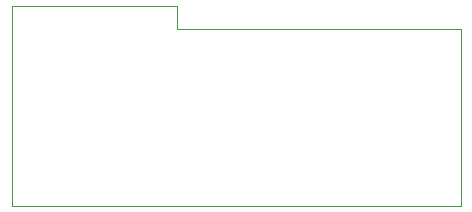
<source format=gbr>
%TF.GenerationSoftware,KiCad,Pcbnew,7.0.9-1.fc39*%
%TF.CreationDate,2023-12-29T10:16:04-08:00*%
%TF.ProjectId,M0116,4d303131-362e-46b6-9963-61645f706362,rev?*%
%TF.SameCoordinates,Original*%
%TF.FileFunction,Profile,NP*%
%FSLAX46Y46*%
G04 Gerber Fmt 4.6, Leading zero omitted, Abs format (unit mm)*
G04 Created by KiCad (PCBNEW 7.0.9-1.fc39) date 2023-12-29 10:16:04*
%MOMM*%
%LPD*%
G01*
G04 APERTURE LIST*
%TA.AperFunction,Profile*%
%ADD10C,0.100000*%
%TD*%
G04 APERTURE END LIST*
D10*
X100000000Y-117000000D02*
X138000000Y-117000000D01*
X138000000Y-117000000D02*
X138000000Y-102000000D01*
X114000000Y-100000000D02*
X100000000Y-100000000D01*
X100000000Y-100000000D02*
X100000000Y-117000000D01*
X138000000Y-102000000D02*
X114000000Y-102000000D01*
X114000000Y-102000000D02*
X114000000Y-100000000D01*
M02*

</source>
